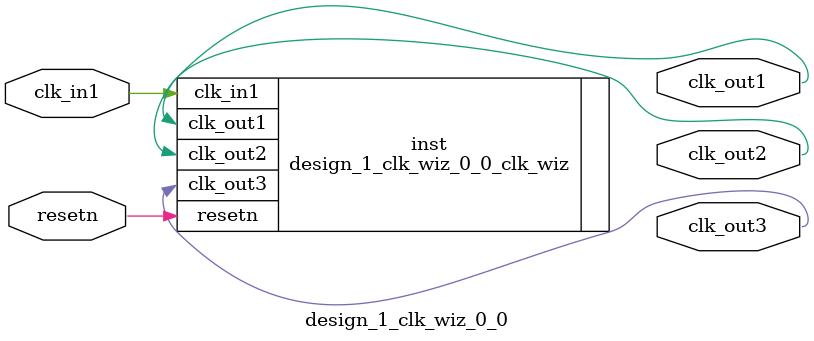
<source format=v>


`timescale 1ps/1ps

(* CORE_GENERATION_INFO = "design_1_clk_wiz_0_0,clk_wiz_v6_0_2_0_0,{component_name=design_1_clk_wiz_0_0,use_phase_alignment=true,use_min_o_jitter=false,use_max_i_jitter=false,use_dyn_phase_shift=false,use_inclk_switchover=false,use_dyn_reconfig=false,enable_axi=0,feedback_source=FDBK_AUTO,PRIMITIVE=MMCM,num_out_clk=3,clkin1_period=10.000,clkin2_period=10.000,use_power_down=false,use_reset=true,use_locked=false,use_inclk_stopped=false,feedback_type=SINGLE,CLOCK_MGR_TYPE=NA,manual_override=false}" *)

module design_1_clk_wiz_0_0 
 (
  // Clock out ports
  output        clk_out1,
  output        clk_out2,
  output        clk_out3,
  // Status and control signals
  input         resetn,
 // Clock in ports
  input         clk_in1
 );

  design_1_clk_wiz_0_0_clk_wiz inst
  (
  // Clock out ports  
  .clk_out1(clk_out1),
  .clk_out2(clk_out2),
  .clk_out3(clk_out3),
  // Status and control signals               
  .resetn(resetn), 
 // Clock in ports
  .clk_in1(clk_in1)
  );

endmodule

</source>
